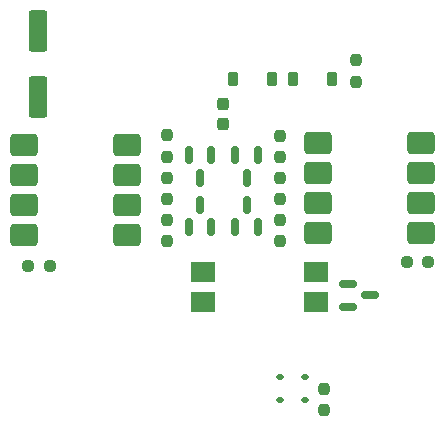
<source format=gbr>
%TF.GenerationSoftware,KiCad,Pcbnew,7.0.11*%
%TF.CreationDate,2024-03-26T21:19:37+01:00*%
%TF.ProjectId,booster_bare_minimum,626f6f73-7465-4725-9f62-6172655f6d69,rev?*%
%TF.SameCoordinates,Original*%
%TF.FileFunction,Paste,Top*%
%TF.FilePolarity,Positive*%
%FSLAX46Y46*%
G04 Gerber Fmt 4.6, Leading zero omitted, Abs format (unit mm)*
G04 Created by KiCad (PCBNEW 7.0.11) date 2024-03-26 21:19:37*
%MOMM*%
%LPD*%
G01*
G04 APERTURE LIST*
G04 Aperture macros list*
%AMRoundRect*
0 Rectangle with rounded corners*
0 $1 Rounding radius*
0 $2 $3 $4 $5 $6 $7 $8 $9 X,Y pos of 4 corners*
0 Add a 4 corners polygon primitive as box body*
4,1,4,$2,$3,$4,$5,$6,$7,$8,$9,$2,$3,0*
0 Add four circle primitives for the rounded corners*
1,1,$1+$1,$2,$3*
1,1,$1+$1,$4,$5*
1,1,$1+$1,$6,$7*
1,1,$1+$1,$8,$9*
0 Add four rect primitives between the rounded corners*
20,1,$1+$1,$2,$3,$4,$5,0*
20,1,$1+$1,$4,$5,$6,$7,0*
20,1,$1+$1,$6,$7,$8,$9,0*
20,1,$1+$1,$8,$9,$2,$3,0*%
G04 Aperture macros list end*
%ADD10RoundRect,0.237500X0.237500X-0.250000X0.237500X0.250000X-0.237500X0.250000X-0.237500X-0.250000X0*%
%ADD11RoundRect,0.150000X-0.587500X-0.150000X0.587500X-0.150000X0.587500X0.150000X-0.587500X0.150000X0*%
%ADD12RoundRect,0.112500X0.187500X0.112500X-0.187500X0.112500X-0.187500X-0.112500X0.187500X-0.112500X0*%
%ADD13RoundRect,0.237500X0.250000X0.237500X-0.250000X0.237500X-0.250000X-0.237500X0.250000X-0.237500X0*%
%ADD14RoundRect,0.237500X-0.237500X0.250000X-0.237500X-0.250000X0.237500X-0.250000X0.237500X0.250000X0*%
%ADD15RoundRect,0.150000X0.150000X-0.587500X0.150000X0.587500X-0.150000X0.587500X-0.150000X-0.587500X0*%
%ADD16RoundRect,0.150000X-0.150000X0.587500X-0.150000X-0.587500X0.150000X-0.587500X0.150000X0.587500X0*%
%ADD17R,2.000000X1.780000*%
%ADD18RoundRect,0.250000X0.550000X-1.500000X0.550000X1.500000X-0.550000X1.500000X-0.550000X-1.500000X0*%
%ADD19RoundRect,0.225000X-0.225000X-0.375000X0.225000X-0.375000X0.225000X0.375000X-0.225000X0.375000X0*%
%ADD20RoundRect,0.237500X-0.237500X0.300000X-0.237500X-0.300000X0.237500X-0.300000X0.237500X0.300000X0*%
%ADD21RoundRect,0.250000X0.900000X0.675000X-0.900000X0.675000X-0.900000X-0.675000X0.900000X-0.675000X0*%
%ADD22RoundRect,0.250000X-0.900000X-0.675000X0.900000X-0.675000X0.900000X0.675000X-0.900000X0.675000X0*%
%ADD23RoundRect,0.225000X0.225000X0.375000X-0.225000X0.375000X-0.225000X-0.375000X0.225000X-0.375000X0*%
G04 APERTURE END LIST*
D10*
%TO.C,R1*%
X179500000Y-77212500D03*
X179500000Y-75387500D03*
%TD*%
D11*
%TO.C,Q1*%
X181562500Y-66550000D03*
X181562500Y-68450000D03*
X183437500Y-67500000D03*
%TD*%
D12*
%TO.C,D2*%
X175850000Y-74400000D03*
X177950000Y-74400000D03*
%TD*%
%TO.C,D1*%
X177950000Y-76400000D03*
X175850000Y-76400000D03*
%TD*%
D13*
%TO.C,R201*%
X156325000Y-65000000D03*
X154500000Y-65000000D03*
%TD*%
D14*
%TO.C,R203*%
X166243500Y-57531000D03*
X166243500Y-59356000D03*
%TD*%
D15*
%TO.C,Q204*%
X172024500Y-61692000D03*
X173924500Y-61692000D03*
X172974500Y-59817000D03*
%TD*%
D16*
%TO.C,Q203*%
X173924500Y-55656000D03*
X172024500Y-55656000D03*
X172974500Y-57531000D03*
%TD*%
D13*
%TO.C,R209*%
X188364500Y-64643000D03*
X186539500Y-64643000D03*
%TD*%
D17*
%TO.C,U202*%
X169291000Y-65532000D03*
X169291000Y-68072000D03*
X178821000Y-68072000D03*
X178821000Y-65532000D03*
%TD*%
D18*
%TO.C,C202*%
X155321000Y-50685000D03*
X155321000Y-45085000D03*
%TD*%
D19*
%TO.C,D202*%
X171831000Y-49149000D03*
X175131000Y-49149000D03*
%TD*%
D16*
%TO.C,Q201*%
X169987500Y-55656000D03*
X168087500Y-55656000D03*
X169037500Y-57531000D03*
%TD*%
D10*
%TO.C,R202*%
X166243500Y-55776500D03*
X166243500Y-53951500D03*
%TD*%
D15*
%TO.C,Q202*%
X168087500Y-61692000D03*
X169987500Y-61692000D03*
X169037500Y-59817000D03*
%TD*%
D14*
%TO.C,R204*%
X166243500Y-61087000D03*
X166243500Y-62912000D03*
%TD*%
%TO.C,R208*%
X175768500Y-57531000D03*
X175768500Y-59356000D03*
%TD*%
D20*
%TO.C,C201*%
X170942000Y-51275000D03*
X170942000Y-53000000D03*
%TD*%
D21*
%TO.C,U203*%
X187738500Y-62230000D03*
X187738500Y-59690000D03*
X187738500Y-57150000D03*
X187738500Y-54610000D03*
X179038500Y-54610000D03*
X179038500Y-57150000D03*
X179038500Y-59690000D03*
X179038500Y-62230000D03*
%TD*%
D14*
%TO.C,R207*%
X175768500Y-61087000D03*
X175768500Y-62912000D03*
%TD*%
%TO.C,R205*%
X182245000Y-47601500D03*
X182245000Y-49426500D03*
%TD*%
D10*
%TO.C,R206*%
X175768500Y-55800000D03*
X175768500Y-53975000D03*
%TD*%
D22*
%TO.C,U201*%
X154150000Y-54737000D03*
X154150000Y-57277000D03*
X154150000Y-59817000D03*
X154150000Y-62357000D03*
X162850000Y-62357000D03*
X162850000Y-59817000D03*
X162850000Y-57277000D03*
X162850000Y-54737000D03*
%TD*%
D23*
%TO.C,D201*%
X180212000Y-49149000D03*
X176912000Y-49149000D03*
%TD*%
M02*

</source>
